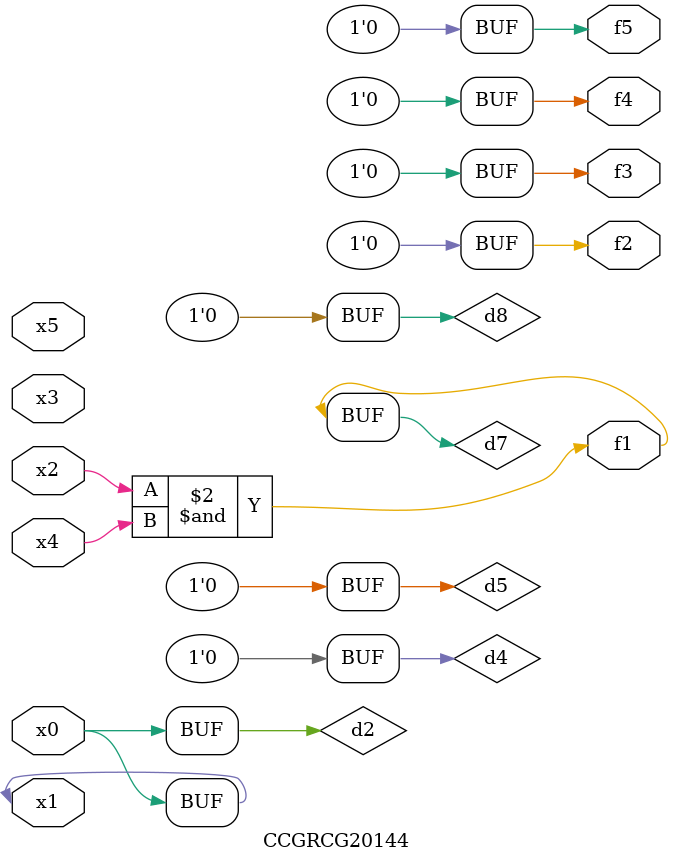
<source format=v>
module CCGRCG20144(
	input x0, x1, x2, x3, x4, x5,
	output f1, f2, f3, f4, f5
);

	wire d1, d2, d3, d4, d5, d6, d7, d8, d9;

	nand (d1, x1);
	buf (d2, x0, x1);
	nand (d3, x2, x4);
	and (d4, d1, d2);
	and (d5, d1, d2);
	nand (d6, d1, d3);
	not (d7, d3);
	xor (d8, d5);
	nor (d9, d5, d6);
	assign f1 = d7;
	assign f2 = d8;
	assign f3 = d8;
	assign f4 = d8;
	assign f5 = d8;
endmodule

</source>
